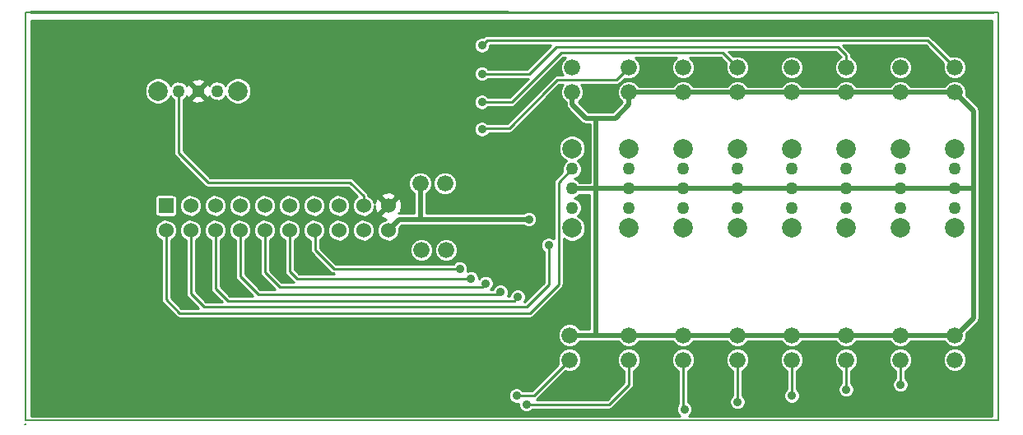
<source format=gtl>
G04 (created by PCBNEW (2013-mar-13)-testing) date jeu. 09 mai 2013 09:48:41 CEST*
%MOIN*%
G04 Gerber Fmt 3.4, Leading zero omitted, Abs format*
%FSLAX34Y34*%
G01*
G70*
G90*
G04 APERTURE LIST*
%ADD10C,0.006*%
%ADD11C,0.00590551*%
%ADD12R,0.06X0.06*%
%ADD13C,0.06*%
%ADD14C,0.05*%
%ADD15C,0.0787402*%
%ADD16C,0.066*%
%ADD17C,0.035*%
%ADD18C,0.02*%
%ADD19C,0.01*%
G04 APERTURE END LIST*
G54D10*
G54D11*
X73400Y-29100D02*
X73400Y-45650D01*
X34000Y-29100D02*
X34000Y-45600D01*
X34000Y-29100D02*
X73400Y-29100D01*
X34000Y-45650D02*
X34000Y-45600D01*
X73400Y-45650D02*
X34000Y-45650D01*
X34000Y-45800D02*
G75*
G03X34000Y-45800I0J0D01*
G74*
G01*
X33999Y-45800D02*
X34000Y-45800D01*
X34000Y-45799D02*
X34000Y-45800D01*
G54D12*
X39700Y-36950D03*
G54D13*
X39700Y-37950D03*
X40700Y-36950D03*
X40700Y-37950D03*
X41700Y-36950D03*
X41700Y-37950D03*
X42700Y-36950D03*
X42700Y-37950D03*
X43700Y-36950D03*
X43700Y-37950D03*
X44700Y-36950D03*
X44700Y-37950D03*
X45700Y-36950D03*
X45700Y-37950D03*
X46700Y-36950D03*
X46700Y-37950D03*
X47700Y-36950D03*
X47700Y-37950D03*
X48700Y-36950D03*
X48700Y-37950D03*
G54D14*
X56150Y-35462D03*
X56150Y-36250D03*
X56150Y-37037D03*
G54D15*
X56150Y-37864D03*
X56150Y-34635D03*
G54D14*
X58450Y-35462D03*
X58450Y-36250D03*
X58450Y-37037D03*
G54D15*
X58450Y-37864D03*
X58450Y-34635D03*
G54D14*
X60650Y-35462D03*
X60650Y-36250D03*
X60650Y-37037D03*
G54D15*
X60650Y-37864D03*
X60650Y-34635D03*
G54D14*
X62850Y-35462D03*
X62850Y-36250D03*
X62850Y-37037D03*
G54D15*
X62850Y-37864D03*
X62850Y-34635D03*
G54D14*
X65050Y-35462D03*
X65050Y-36250D03*
X65050Y-37037D03*
G54D15*
X65050Y-37864D03*
X65050Y-34635D03*
G54D14*
X67250Y-35462D03*
X67250Y-36250D03*
X67250Y-37037D03*
G54D15*
X67250Y-37864D03*
X67250Y-34635D03*
G54D14*
X69450Y-35462D03*
X69450Y-36250D03*
X69450Y-37037D03*
G54D15*
X69450Y-37864D03*
X69450Y-34635D03*
G54D14*
X71650Y-35462D03*
X71650Y-36250D03*
X71650Y-37037D03*
G54D15*
X71650Y-37864D03*
X71650Y-34635D03*
G54D14*
X40212Y-32300D03*
X41000Y-32300D03*
X41787Y-32300D03*
G54D15*
X42614Y-32300D03*
X39385Y-32300D03*
G54D16*
X69450Y-32350D03*
X69450Y-31350D03*
X56150Y-32350D03*
X56150Y-31350D03*
X58450Y-32350D03*
X58450Y-31350D03*
X50050Y-38750D03*
X51050Y-38750D03*
X60650Y-32350D03*
X60650Y-31350D03*
X50000Y-36050D03*
X51000Y-36050D03*
X62850Y-32350D03*
X62850Y-31350D03*
X65050Y-32350D03*
X65050Y-31350D03*
X67250Y-32350D03*
X67250Y-31350D03*
X62850Y-42200D03*
X62850Y-43200D03*
X71650Y-32350D03*
X71650Y-31350D03*
X56050Y-42200D03*
X56050Y-43200D03*
X58450Y-42200D03*
X58450Y-43200D03*
X60650Y-42200D03*
X60650Y-43200D03*
X71650Y-42200D03*
X71650Y-43200D03*
X69450Y-42200D03*
X69450Y-43200D03*
X67250Y-42200D03*
X67250Y-43200D03*
X65050Y-42200D03*
X65050Y-43200D03*
G54D17*
X54400Y-37500D03*
X42740Y-40380D03*
X67250Y-44400D03*
X62850Y-44900D03*
X54300Y-45000D03*
X69450Y-44200D03*
X52500Y-32750D03*
X52500Y-33850D03*
X52500Y-31600D03*
X52500Y-30450D03*
X65050Y-44650D03*
X60700Y-45200D03*
X53900Y-44650D03*
X55200Y-38550D03*
X53950Y-40650D03*
X53250Y-40450D03*
X52650Y-40100D03*
X52050Y-39900D03*
X51600Y-39500D03*
G54D18*
X72400Y-41500D02*
X72400Y-40250D01*
X72400Y-36250D02*
X72400Y-40250D01*
X71700Y-42200D02*
X72400Y-41500D01*
X71700Y-42200D02*
X71650Y-42200D01*
X57100Y-42200D02*
X57100Y-40841D01*
X57100Y-40841D02*
X57100Y-36300D01*
X65050Y-32350D02*
X67250Y-32350D01*
X62850Y-32350D02*
X65050Y-32350D01*
X60650Y-32350D02*
X62850Y-32350D01*
X58450Y-32350D02*
X60650Y-32350D01*
X67250Y-42200D02*
X69450Y-42200D01*
X65050Y-42200D02*
X67250Y-42200D01*
X62850Y-42200D02*
X65050Y-42200D01*
X60650Y-42200D02*
X62850Y-42200D01*
X58450Y-42200D02*
X60650Y-42200D01*
X56050Y-42200D02*
X57100Y-42200D01*
X57100Y-42200D02*
X58450Y-42200D01*
X49150Y-37500D02*
X48700Y-37950D01*
X71650Y-36250D02*
X72400Y-36250D01*
X72400Y-33100D02*
X71650Y-32350D01*
X72400Y-36250D02*
X72400Y-33100D01*
X71650Y-42200D02*
X69450Y-42200D01*
X67250Y-36250D02*
X69450Y-36250D01*
X56150Y-32350D02*
X56150Y-32850D01*
X56700Y-33400D02*
X57120Y-33400D01*
X56150Y-32850D02*
X56700Y-33400D01*
X57120Y-33400D02*
X57900Y-33400D01*
X58450Y-32850D02*
X58450Y-32350D01*
X57900Y-33400D02*
X58450Y-32850D01*
X69450Y-32350D02*
X67250Y-32350D01*
X71650Y-32350D02*
X69450Y-32350D01*
X58450Y-36250D02*
X57850Y-36250D01*
X60650Y-36250D02*
X58450Y-36250D01*
X67250Y-36250D02*
X65050Y-36250D01*
X65050Y-36250D02*
X62850Y-36250D01*
X62850Y-36250D02*
X60650Y-36250D01*
X71650Y-36250D02*
X69450Y-36250D01*
X57120Y-36250D02*
X57120Y-33400D01*
X56150Y-36250D02*
X57120Y-36250D01*
X57120Y-36250D02*
X57800Y-36250D01*
X57800Y-36250D02*
X57950Y-36250D01*
X48750Y-37900D02*
X48700Y-37950D01*
X50000Y-37500D02*
X54400Y-37500D01*
X50000Y-36200D02*
X50000Y-37500D01*
X50000Y-37500D02*
X49150Y-37500D01*
G54D19*
X67250Y-44400D02*
X67250Y-43200D01*
X62850Y-43200D02*
X62850Y-44900D01*
X57650Y-45000D02*
X54300Y-45000D01*
X57650Y-45000D02*
X58450Y-44200D01*
X58450Y-43200D02*
X58450Y-44200D01*
X69450Y-44200D02*
X69450Y-43200D01*
X53700Y-32750D02*
X54500Y-31950D01*
X52500Y-32750D02*
X53700Y-32750D01*
X54450Y-32000D02*
X54500Y-31950D01*
X54500Y-31950D02*
X55700Y-30750D01*
X62250Y-30750D02*
X62850Y-31350D01*
X55700Y-30750D02*
X62250Y-30750D01*
X55150Y-32250D02*
X55550Y-31850D01*
X55550Y-31850D02*
X57950Y-31850D01*
X53600Y-33800D02*
X55150Y-32250D01*
X52550Y-33800D02*
X53600Y-33800D01*
X52500Y-33850D02*
X52550Y-33800D01*
X57950Y-31850D02*
X58450Y-31350D01*
X67250Y-30850D02*
X67250Y-31350D01*
X66900Y-30500D02*
X67250Y-30850D01*
X55500Y-30500D02*
X66900Y-30500D01*
X54400Y-31600D02*
X55500Y-30500D01*
X53600Y-31600D02*
X54400Y-31600D01*
X52500Y-31600D02*
X53600Y-31600D01*
X70550Y-30250D02*
X71650Y-31350D01*
X52700Y-30250D02*
X70550Y-30250D01*
X52500Y-30450D02*
X52700Y-30250D01*
X65050Y-44650D02*
X65050Y-43200D01*
X60700Y-45200D02*
X60650Y-45150D01*
X60650Y-45150D02*
X60650Y-43200D01*
X53900Y-44650D02*
X54600Y-44650D01*
X54600Y-44650D02*
X56050Y-43200D01*
X55600Y-38900D02*
X55600Y-40150D01*
X55600Y-38900D02*
X55600Y-38400D01*
X55600Y-36012D02*
X56150Y-35462D01*
X55600Y-38400D02*
X55600Y-36012D01*
X54450Y-41300D02*
X55600Y-40150D01*
X40250Y-41300D02*
X39700Y-40750D01*
X39700Y-37950D02*
X39700Y-40750D01*
X41800Y-41300D02*
X40250Y-41300D01*
X41800Y-41300D02*
X54450Y-41300D01*
X55200Y-38700D02*
X55200Y-38550D01*
X54100Y-41050D02*
X54300Y-41050D01*
X41250Y-41050D02*
X40700Y-40500D01*
X40700Y-37950D02*
X40700Y-40500D01*
X42900Y-41050D02*
X41250Y-41050D01*
X42900Y-41050D02*
X54100Y-41050D01*
X55200Y-40150D02*
X55200Y-38550D01*
X54300Y-41050D02*
X55200Y-40150D01*
X53950Y-40650D02*
X53800Y-40800D01*
X53800Y-40800D02*
X42200Y-40800D01*
X42200Y-40800D02*
X41700Y-40300D01*
X41700Y-37950D02*
X41700Y-40300D01*
X43450Y-40550D02*
X42700Y-39800D01*
X42700Y-37950D02*
X42700Y-39800D01*
X45100Y-40550D02*
X53150Y-40550D01*
X53150Y-40550D02*
X53250Y-40450D01*
X45100Y-40550D02*
X43450Y-40550D01*
X52500Y-40250D02*
X52650Y-40100D01*
X46000Y-40250D02*
X44300Y-40250D01*
X46000Y-40250D02*
X52500Y-40250D01*
X43700Y-39650D02*
X43700Y-37950D01*
X44300Y-40250D02*
X43700Y-39650D01*
X45000Y-39900D02*
X44700Y-39600D01*
X44700Y-37950D02*
X44700Y-39600D01*
X52050Y-39900D02*
X45000Y-39900D01*
X45750Y-38000D02*
X45700Y-37950D01*
X45750Y-38750D02*
X45750Y-38000D01*
X46500Y-39500D02*
X45750Y-38750D01*
X51600Y-39500D02*
X46500Y-39500D01*
X47700Y-36550D02*
X47700Y-36950D01*
X47150Y-36000D02*
X47700Y-36550D01*
X41400Y-36000D02*
X47150Y-36000D01*
X40212Y-32300D02*
X40212Y-34812D01*
X40212Y-34812D02*
X41400Y-36000D01*
G54D10*
G36*
X73200Y-29100D02*
X34200Y-29100D01*
X34200Y-29090D01*
X73200Y-29100D01*
X73200Y-29100D01*
G37*
G54D19*
X73200Y-29100D02*
X34200Y-29100D01*
X34200Y-29090D01*
X73200Y-29100D01*
G54D10*
G36*
X73150Y-45470D02*
X72650Y-45470D01*
X72650Y-41500D01*
X72649Y-41500D01*
X72650Y-41500D01*
X72650Y-40250D01*
X72650Y-36250D01*
X72650Y-33100D01*
X72649Y-33099D01*
X72650Y-33099D01*
X72646Y-33080D01*
X72630Y-33004D01*
X72630Y-33004D01*
X72576Y-32923D01*
X72576Y-32923D01*
X72120Y-32467D01*
X72129Y-32445D01*
X72130Y-32254D01*
X72057Y-32078D01*
X71922Y-31943D01*
X71745Y-31870D01*
X71554Y-31869D01*
X71378Y-31942D01*
X71243Y-32077D01*
X71234Y-32100D01*
X69930Y-32100D01*
X69930Y-31254D01*
X69857Y-31078D01*
X69722Y-30943D01*
X69545Y-30870D01*
X69354Y-30869D01*
X69178Y-30942D01*
X69043Y-31077D01*
X68970Y-31254D01*
X68969Y-31445D01*
X69042Y-31621D01*
X69177Y-31756D01*
X69354Y-31829D01*
X69545Y-31830D01*
X69721Y-31757D01*
X69856Y-31622D01*
X69929Y-31445D01*
X69930Y-31254D01*
X69930Y-32100D01*
X69866Y-32100D01*
X69857Y-32078D01*
X69722Y-31943D01*
X69545Y-31870D01*
X69354Y-31869D01*
X69178Y-31942D01*
X69043Y-32077D01*
X69034Y-32100D01*
X67666Y-32100D01*
X67657Y-32078D01*
X67522Y-31943D01*
X67345Y-31870D01*
X67154Y-31869D01*
X66978Y-31942D01*
X66843Y-32077D01*
X66834Y-32100D01*
X65530Y-32100D01*
X65530Y-31254D01*
X65457Y-31078D01*
X65322Y-30943D01*
X65145Y-30870D01*
X64954Y-30869D01*
X64778Y-30942D01*
X64643Y-31077D01*
X64570Y-31254D01*
X64569Y-31445D01*
X64642Y-31621D01*
X64777Y-31756D01*
X64954Y-31829D01*
X65145Y-31830D01*
X65321Y-31757D01*
X65456Y-31622D01*
X65529Y-31445D01*
X65530Y-31254D01*
X65530Y-32100D01*
X65466Y-32100D01*
X65457Y-32078D01*
X65322Y-31943D01*
X65145Y-31870D01*
X64954Y-31869D01*
X64778Y-31942D01*
X64643Y-32077D01*
X64634Y-32100D01*
X63266Y-32100D01*
X63257Y-32078D01*
X63122Y-31943D01*
X62945Y-31870D01*
X62754Y-31869D01*
X62578Y-31942D01*
X62443Y-32077D01*
X62434Y-32100D01*
X61066Y-32100D01*
X61057Y-32078D01*
X60922Y-31943D01*
X60745Y-31870D01*
X60554Y-31869D01*
X60378Y-31942D01*
X60243Y-32077D01*
X60234Y-32100D01*
X58866Y-32100D01*
X58857Y-32078D01*
X58722Y-31943D01*
X58545Y-31870D01*
X58354Y-31869D01*
X58178Y-31942D01*
X58043Y-32077D01*
X57970Y-32254D01*
X57969Y-32445D01*
X58042Y-32621D01*
X58177Y-32756D01*
X58186Y-32760D01*
X57796Y-33150D01*
X57120Y-33150D01*
X56803Y-33150D01*
X56413Y-32760D01*
X56421Y-32757D01*
X56556Y-32622D01*
X56629Y-32445D01*
X56630Y-32254D01*
X56557Y-32078D01*
X56528Y-32050D01*
X57950Y-32050D01*
X58026Y-32034D01*
X58091Y-31991D01*
X58282Y-31800D01*
X58354Y-31829D01*
X58545Y-31830D01*
X58721Y-31757D01*
X58856Y-31622D01*
X58929Y-31445D01*
X58930Y-31254D01*
X58857Y-31078D01*
X58728Y-30950D01*
X60371Y-30950D01*
X60243Y-31077D01*
X60170Y-31254D01*
X60169Y-31445D01*
X60242Y-31621D01*
X60377Y-31756D01*
X60554Y-31829D01*
X60745Y-31830D01*
X60921Y-31757D01*
X61056Y-31622D01*
X61129Y-31445D01*
X61130Y-31254D01*
X61057Y-31078D01*
X60928Y-30950D01*
X62167Y-30950D01*
X62399Y-31182D01*
X62370Y-31254D01*
X62369Y-31445D01*
X62442Y-31621D01*
X62577Y-31756D01*
X62754Y-31829D01*
X62945Y-31830D01*
X63121Y-31757D01*
X63256Y-31622D01*
X63329Y-31445D01*
X63330Y-31254D01*
X63257Y-31078D01*
X63122Y-30943D01*
X62945Y-30870D01*
X62754Y-30869D01*
X62682Y-30899D01*
X62482Y-30700D01*
X66817Y-30700D01*
X67036Y-30918D01*
X66978Y-30942D01*
X66843Y-31077D01*
X66770Y-31254D01*
X66769Y-31445D01*
X66842Y-31621D01*
X66977Y-31756D01*
X67154Y-31829D01*
X67345Y-31830D01*
X67521Y-31757D01*
X67656Y-31622D01*
X67729Y-31445D01*
X67730Y-31254D01*
X67657Y-31078D01*
X67522Y-30943D01*
X67450Y-30913D01*
X67450Y-30850D01*
X67449Y-30849D01*
X67434Y-30773D01*
X67434Y-30773D01*
X67420Y-30751D01*
X67391Y-30708D01*
X67391Y-30708D01*
X67132Y-30450D01*
X70467Y-30450D01*
X71199Y-31182D01*
X71170Y-31254D01*
X71169Y-31445D01*
X71242Y-31621D01*
X71377Y-31756D01*
X71554Y-31829D01*
X71745Y-31830D01*
X71921Y-31757D01*
X72056Y-31622D01*
X72129Y-31445D01*
X72130Y-31254D01*
X72057Y-31078D01*
X71922Y-30943D01*
X71745Y-30870D01*
X71554Y-30869D01*
X71482Y-30899D01*
X70691Y-30108D01*
X70626Y-30065D01*
X70550Y-30050D01*
X52700Y-30050D01*
X52623Y-30065D01*
X52601Y-30079D01*
X52558Y-30108D01*
X52542Y-30125D01*
X52435Y-30124D01*
X52316Y-30174D01*
X52224Y-30265D01*
X52175Y-30385D01*
X52174Y-30514D01*
X52224Y-30633D01*
X52315Y-30725D01*
X52435Y-30774D01*
X52564Y-30775D01*
X52683Y-30725D01*
X52775Y-30634D01*
X52824Y-30514D01*
X52825Y-30450D01*
X55267Y-30450D01*
X54317Y-31400D01*
X53600Y-31400D01*
X52759Y-31400D01*
X52684Y-31324D01*
X52564Y-31275D01*
X52435Y-31274D01*
X52316Y-31324D01*
X52224Y-31415D01*
X52175Y-31535D01*
X52174Y-31664D01*
X52224Y-31783D01*
X52315Y-31875D01*
X52435Y-31924D01*
X52564Y-31925D01*
X52683Y-31875D01*
X52759Y-31800D01*
X53600Y-31800D01*
X54367Y-31800D01*
X54358Y-31808D01*
X54358Y-31808D01*
X53617Y-32550D01*
X52759Y-32550D01*
X52684Y-32474D01*
X52564Y-32425D01*
X52435Y-32424D01*
X52316Y-32474D01*
X52224Y-32565D01*
X52175Y-32685D01*
X52174Y-32814D01*
X52224Y-32933D01*
X52315Y-33025D01*
X52435Y-33074D01*
X52564Y-33075D01*
X52683Y-33025D01*
X52759Y-32950D01*
X53700Y-32950D01*
X53776Y-32934D01*
X53841Y-32891D01*
X54591Y-32141D01*
X54641Y-32091D01*
X54641Y-32091D01*
X54641Y-32091D01*
X55782Y-30950D01*
X55871Y-30950D01*
X55743Y-31077D01*
X55670Y-31254D01*
X55669Y-31445D01*
X55742Y-31621D01*
X55771Y-31650D01*
X55550Y-31650D01*
X55473Y-31665D01*
X55451Y-31679D01*
X55408Y-31708D01*
X55008Y-32108D01*
X55008Y-32108D01*
X53517Y-33600D01*
X52709Y-33600D01*
X52684Y-33574D01*
X52564Y-33525D01*
X52435Y-33524D01*
X52316Y-33574D01*
X52224Y-33665D01*
X52175Y-33785D01*
X52174Y-33914D01*
X52224Y-34033D01*
X52315Y-34125D01*
X52435Y-34174D01*
X52564Y-34175D01*
X52683Y-34125D01*
X52775Y-34034D01*
X52789Y-34000D01*
X53600Y-34000D01*
X53676Y-33984D01*
X53741Y-33941D01*
X55291Y-32391D01*
X55291Y-32391D01*
X55291Y-32391D01*
X55632Y-32050D01*
X55771Y-32050D01*
X55743Y-32077D01*
X55670Y-32254D01*
X55669Y-32445D01*
X55742Y-32621D01*
X55877Y-32756D01*
X55900Y-32765D01*
X55900Y-32850D01*
X55919Y-32945D01*
X55973Y-33026D01*
X56523Y-33576D01*
X56604Y-33630D01*
X56604Y-33630D01*
X56700Y-33650D01*
X56870Y-33650D01*
X56870Y-36000D01*
X56465Y-36000D01*
X56376Y-35911D01*
X56244Y-35856D01*
X56376Y-35801D01*
X56488Y-35689D01*
X56549Y-35542D01*
X56550Y-35383D01*
X56489Y-35236D01*
X56381Y-35128D01*
X56457Y-35097D01*
X56610Y-34944D01*
X56693Y-34744D01*
X56693Y-34528D01*
X56611Y-34328D01*
X56458Y-34175D01*
X56258Y-34092D01*
X56042Y-34092D01*
X55842Y-34174D01*
X55689Y-34327D01*
X55606Y-34527D01*
X55606Y-34743D01*
X55688Y-34943D01*
X55841Y-35096D01*
X55918Y-35128D01*
X55811Y-35235D01*
X55750Y-35382D01*
X55749Y-35541D01*
X55761Y-35568D01*
X55458Y-35871D01*
X55415Y-35936D01*
X55400Y-36012D01*
X55400Y-38290D01*
X55384Y-38274D01*
X55264Y-38225D01*
X55135Y-38224D01*
X55016Y-38274D01*
X54924Y-38365D01*
X54875Y-38485D01*
X54874Y-38614D01*
X54924Y-38733D01*
X55000Y-38809D01*
X55000Y-40067D01*
X54725Y-40342D01*
X54725Y-37435D01*
X54675Y-37316D01*
X54584Y-37224D01*
X54464Y-37175D01*
X54335Y-37174D01*
X54216Y-37224D01*
X54190Y-37250D01*
X51480Y-37250D01*
X51480Y-35954D01*
X51407Y-35778D01*
X51272Y-35643D01*
X51095Y-35570D01*
X50904Y-35569D01*
X50728Y-35642D01*
X50593Y-35777D01*
X50520Y-35954D01*
X50519Y-36145D01*
X50592Y-36321D01*
X50727Y-36456D01*
X50904Y-36529D01*
X51095Y-36530D01*
X51271Y-36457D01*
X51406Y-36322D01*
X51479Y-36145D01*
X51480Y-35954D01*
X51480Y-37250D01*
X50250Y-37250D01*
X50250Y-36466D01*
X50271Y-36457D01*
X50406Y-36322D01*
X50479Y-36145D01*
X50480Y-35954D01*
X50407Y-35778D01*
X50272Y-35643D01*
X50095Y-35570D01*
X49904Y-35569D01*
X49728Y-35642D01*
X49593Y-35777D01*
X49520Y-35954D01*
X49519Y-36145D01*
X49592Y-36321D01*
X49727Y-36456D01*
X49750Y-36465D01*
X49750Y-37250D01*
X49150Y-37250D01*
X49113Y-37257D01*
X49181Y-37237D01*
X49254Y-37031D01*
X49243Y-36813D01*
X49181Y-36662D01*
X49085Y-36634D01*
X49015Y-36705D01*
X49015Y-36564D01*
X48987Y-36468D01*
X48781Y-36395D01*
X48563Y-36406D01*
X48412Y-36468D01*
X48384Y-36564D01*
X48700Y-36879D01*
X49015Y-36564D01*
X49015Y-36705D01*
X48770Y-36950D01*
X48776Y-36955D01*
X48705Y-37026D01*
X48700Y-37020D01*
X48629Y-37091D01*
X48629Y-36950D01*
X48314Y-36634D01*
X48218Y-36662D01*
X48148Y-36857D01*
X48081Y-36695D01*
X47955Y-36568D01*
X47899Y-36545D01*
X47899Y-36545D01*
X47887Y-36486D01*
X47884Y-36473D01*
X47884Y-36473D01*
X47841Y-36408D01*
X47291Y-35858D01*
X47226Y-35815D01*
X47150Y-35800D01*
X43157Y-35800D01*
X43157Y-32192D01*
X43075Y-31992D01*
X42922Y-31839D01*
X42722Y-31756D01*
X42506Y-31756D01*
X42306Y-31838D01*
X42153Y-31991D01*
X42121Y-32068D01*
X42014Y-31961D01*
X41867Y-31900D01*
X41708Y-31899D01*
X41561Y-31960D01*
X41451Y-32070D01*
X41439Y-32042D01*
X41349Y-32021D01*
X41278Y-32091D01*
X41278Y-31950D01*
X41257Y-31860D01*
X41069Y-31795D01*
X40871Y-31806D01*
X40742Y-31860D01*
X40721Y-31950D01*
X41000Y-32229D01*
X41278Y-31950D01*
X41278Y-32091D01*
X41070Y-32300D01*
X41349Y-32578D01*
X41439Y-32557D01*
X41450Y-32528D01*
X41560Y-32638D01*
X41707Y-32699D01*
X41866Y-32700D01*
X42013Y-32639D01*
X42121Y-32531D01*
X42152Y-32607D01*
X42305Y-32760D01*
X42505Y-32843D01*
X42721Y-32843D01*
X42921Y-32761D01*
X43074Y-32608D01*
X43157Y-32408D01*
X43157Y-32192D01*
X43157Y-35800D01*
X41482Y-35800D01*
X41278Y-35596D01*
X41278Y-32649D01*
X41000Y-32370D01*
X40721Y-32649D01*
X40742Y-32739D01*
X40930Y-32804D01*
X41128Y-32793D01*
X41257Y-32739D01*
X41278Y-32649D01*
X41278Y-35596D01*
X40412Y-34729D01*
X40412Y-32650D01*
X40438Y-32639D01*
X40548Y-32529D01*
X40560Y-32557D01*
X40650Y-32578D01*
X40929Y-32300D01*
X40650Y-32021D01*
X40560Y-32042D01*
X40549Y-32071D01*
X40439Y-31961D01*
X40292Y-31900D01*
X40133Y-31899D01*
X39986Y-31960D01*
X39878Y-32068D01*
X39847Y-31992D01*
X39694Y-31839D01*
X39494Y-31756D01*
X39278Y-31756D01*
X39078Y-31838D01*
X38925Y-31991D01*
X38842Y-32191D01*
X38842Y-32407D01*
X38924Y-32607D01*
X39077Y-32760D01*
X39277Y-32843D01*
X39493Y-32843D01*
X39693Y-32761D01*
X39846Y-32608D01*
X39878Y-32531D01*
X39985Y-32638D01*
X40012Y-32650D01*
X40012Y-34812D01*
X40027Y-34889D01*
X40071Y-34954D01*
X41258Y-36141D01*
X41323Y-36184D01*
X41323Y-36184D01*
X41400Y-36200D01*
X47067Y-36200D01*
X47440Y-36573D01*
X47318Y-36694D01*
X47250Y-36860D01*
X47249Y-37039D01*
X47318Y-37204D01*
X47444Y-37331D01*
X47610Y-37399D01*
X47789Y-37400D01*
X47954Y-37331D01*
X48081Y-37205D01*
X48149Y-37039D01*
X48149Y-36963D01*
X48156Y-37086D01*
X48218Y-37237D01*
X48314Y-37265D01*
X48629Y-36950D01*
X48629Y-37091D01*
X48384Y-37335D01*
X48412Y-37431D01*
X48607Y-37501D01*
X48445Y-37568D01*
X48318Y-37694D01*
X48250Y-37860D01*
X48249Y-38039D01*
X48318Y-38204D01*
X48444Y-38331D01*
X48610Y-38399D01*
X48789Y-38400D01*
X48954Y-38331D01*
X49081Y-38205D01*
X49149Y-38039D01*
X49150Y-37860D01*
X49147Y-37855D01*
X49253Y-37750D01*
X50000Y-37750D01*
X54190Y-37750D01*
X54215Y-37775D01*
X54335Y-37824D01*
X54464Y-37825D01*
X54583Y-37775D01*
X54675Y-37684D01*
X54724Y-37564D01*
X54725Y-37435D01*
X54725Y-40342D01*
X54217Y-40850D01*
X54209Y-40850D01*
X54225Y-40834D01*
X54274Y-40714D01*
X54275Y-40585D01*
X54225Y-40466D01*
X54134Y-40374D01*
X54014Y-40325D01*
X53885Y-40324D01*
X53766Y-40374D01*
X53674Y-40465D01*
X53625Y-40585D01*
X53625Y-40600D01*
X53539Y-40600D01*
X53574Y-40514D01*
X53575Y-40385D01*
X53525Y-40266D01*
X53434Y-40174D01*
X53314Y-40125D01*
X53185Y-40124D01*
X53066Y-40174D01*
X52974Y-40265D01*
X52939Y-40350D01*
X52859Y-40350D01*
X52925Y-40284D01*
X52974Y-40164D01*
X52975Y-40035D01*
X52925Y-39916D01*
X52834Y-39824D01*
X52714Y-39775D01*
X52585Y-39774D01*
X52466Y-39824D01*
X52374Y-39915D01*
X52375Y-39835D01*
X52325Y-39716D01*
X52234Y-39624D01*
X52114Y-39575D01*
X51985Y-39574D01*
X51907Y-39607D01*
X51924Y-39564D01*
X51925Y-39435D01*
X51875Y-39316D01*
X51784Y-39224D01*
X51664Y-39175D01*
X51535Y-39174D01*
X51530Y-39177D01*
X51530Y-38654D01*
X51457Y-38478D01*
X51322Y-38343D01*
X51145Y-38270D01*
X50954Y-38269D01*
X50778Y-38342D01*
X50643Y-38477D01*
X50570Y-38654D01*
X50569Y-38845D01*
X50642Y-39021D01*
X50777Y-39156D01*
X50954Y-39229D01*
X51145Y-39230D01*
X51321Y-39157D01*
X51456Y-39022D01*
X51529Y-38845D01*
X51530Y-38654D01*
X51530Y-39177D01*
X51416Y-39224D01*
X51340Y-39300D01*
X50530Y-39300D01*
X50530Y-38654D01*
X50457Y-38478D01*
X50322Y-38343D01*
X50145Y-38270D01*
X49954Y-38269D01*
X49778Y-38342D01*
X49643Y-38477D01*
X49570Y-38654D01*
X49569Y-38845D01*
X49642Y-39021D01*
X49777Y-39156D01*
X49954Y-39229D01*
X50145Y-39230D01*
X50321Y-39157D01*
X50456Y-39022D01*
X50529Y-38845D01*
X50530Y-38654D01*
X50530Y-39300D01*
X48150Y-39300D01*
X48150Y-37860D01*
X48081Y-37695D01*
X47955Y-37568D01*
X47789Y-37500D01*
X47610Y-37499D01*
X47445Y-37568D01*
X47318Y-37694D01*
X47250Y-37860D01*
X47249Y-38039D01*
X47318Y-38204D01*
X47444Y-38331D01*
X47610Y-38399D01*
X47789Y-38400D01*
X47954Y-38331D01*
X48081Y-38205D01*
X48149Y-38039D01*
X48150Y-37860D01*
X48150Y-39300D01*
X47150Y-39300D01*
X47150Y-37860D01*
X47150Y-36860D01*
X47081Y-36695D01*
X46955Y-36568D01*
X46789Y-36500D01*
X46610Y-36499D01*
X46445Y-36568D01*
X46318Y-36694D01*
X46250Y-36860D01*
X46249Y-37039D01*
X46318Y-37204D01*
X46444Y-37331D01*
X46610Y-37399D01*
X46789Y-37400D01*
X46954Y-37331D01*
X47081Y-37205D01*
X47149Y-37039D01*
X47150Y-36860D01*
X47150Y-37860D01*
X47081Y-37695D01*
X46955Y-37568D01*
X46789Y-37500D01*
X46610Y-37499D01*
X46445Y-37568D01*
X46318Y-37694D01*
X46250Y-37860D01*
X46249Y-38039D01*
X46318Y-38204D01*
X46444Y-38331D01*
X46610Y-38399D01*
X46789Y-38400D01*
X46954Y-38331D01*
X47081Y-38205D01*
X47149Y-38039D01*
X47150Y-37860D01*
X47150Y-39300D01*
X46582Y-39300D01*
X45950Y-38667D01*
X45950Y-38333D01*
X45954Y-38331D01*
X46081Y-38205D01*
X46149Y-38039D01*
X46150Y-37860D01*
X46150Y-36860D01*
X46081Y-36695D01*
X45955Y-36568D01*
X45789Y-36500D01*
X45610Y-36499D01*
X45445Y-36568D01*
X45318Y-36694D01*
X45250Y-36860D01*
X45249Y-37039D01*
X45318Y-37204D01*
X45444Y-37331D01*
X45610Y-37399D01*
X45789Y-37400D01*
X45954Y-37331D01*
X46081Y-37205D01*
X46149Y-37039D01*
X46150Y-36860D01*
X46150Y-37860D01*
X46081Y-37695D01*
X45955Y-37568D01*
X45789Y-37500D01*
X45610Y-37499D01*
X45445Y-37568D01*
X45318Y-37694D01*
X45250Y-37860D01*
X45249Y-38039D01*
X45318Y-38204D01*
X45444Y-38331D01*
X45550Y-38374D01*
X45550Y-38750D01*
X45565Y-38826D01*
X45608Y-38891D01*
X46358Y-39641D01*
X46358Y-39641D01*
X46401Y-39670D01*
X46423Y-39684D01*
X46423Y-39684D01*
X46499Y-39699D01*
X46500Y-39700D01*
X45082Y-39700D01*
X44900Y-39517D01*
X44900Y-38354D01*
X44954Y-38331D01*
X45081Y-38205D01*
X45149Y-38039D01*
X45150Y-37860D01*
X45150Y-36860D01*
X45081Y-36695D01*
X44955Y-36568D01*
X44789Y-36500D01*
X44610Y-36499D01*
X44445Y-36568D01*
X44318Y-36694D01*
X44250Y-36860D01*
X44249Y-37039D01*
X44318Y-37204D01*
X44444Y-37331D01*
X44610Y-37399D01*
X44789Y-37400D01*
X44954Y-37331D01*
X45081Y-37205D01*
X45149Y-37039D01*
X45150Y-36860D01*
X45150Y-37860D01*
X45081Y-37695D01*
X44955Y-37568D01*
X44789Y-37500D01*
X44610Y-37499D01*
X44445Y-37568D01*
X44318Y-37694D01*
X44250Y-37860D01*
X44249Y-38039D01*
X44318Y-38204D01*
X44444Y-38331D01*
X44500Y-38354D01*
X44500Y-39600D01*
X44515Y-39676D01*
X44558Y-39741D01*
X44858Y-40041D01*
X44858Y-40041D01*
X44871Y-40050D01*
X44382Y-40050D01*
X43900Y-39567D01*
X43900Y-38354D01*
X43954Y-38331D01*
X44081Y-38205D01*
X44149Y-38039D01*
X44150Y-37860D01*
X44150Y-36860D01*
X44081Y-36695D01*
X43955Y-36568D01*
X43789Y-36500D01*
X43610Y-36499D01*
X43445Y-36568D01*
X43318Y-36694D01*
X43250Y-36860D01*
X43249Y-37039D01*
X43318Y-37204D01*
X43444Y-37331D01*
X43610Y-37399D01*
X43789Y-37400D01*
X43954Y-37331D01*
X44081Y-37205D01*
X44149Y-37039D01*
X44150Y-36860D01*
X44150Y-37860D01*
X44081Y-37695D01*
X43955Y-37568D01*
X43789Y-37500D01*
X43610Y-37499D01*
X43445Y-37568D01*
X43318Y-37694D01*
X43250Y-37860D01*
X43249Y-38039D01*
X43318Y-38204D01*
X43444Y-38331D01*
X43500Y-38354D01*
X43500Y-39650D01*
X43515Y-39726D01*
X43558Y-39791D01*
X44117Y-40350D01*
X43532Y-40350D01*
X42900Y-39717D01*
X42900Y-38354D01*
X42954Y-38331D01*
X43081Y-38205D01*
X43149Y-38039D01*
X43150Y-37860D01*
X43150Y-36860D01*
X43081Y-36695D01*
X42955Y-36568D01*
X42789Y-36500D01*
X42610Y-36499D01*
X42445Y-36568D01*
X42318Y-36694D01*
X42250Y-36860D01*
X42249Y-37039D01*
X42318Y-37204D01*
X42444Y-37331D01*
X42610Y-37399D01*
X42789Y-37400D01*
X42954Y-37331D01*
X43081Y-37205D01*
X43149Y-37039D01*
X43150Y-36860D01*
X43150Y-37860D01*
X43081Y-37695D01*
X42955Y-37568D01*
X42789Y-37500D01*
X42610Y-37499D01*
X42445Y-37568D01*
X42318Y-37694D01*
X42250Y-37860D01*
X42249Y-38039D01*
X42318Y-38204D01*
X42444Y-38331D01*
X42500Y-38354D01*
X42500Y-39800D01*
X42515Y-39876D01*
X42558Y-39941D01*
X43217Y-40600D01*
X42282Y-40600D01*
X41900Y-40217D01*
X41900Y-38354D01*
X41954Y-38331D01*
X42081Y-38205D01*
X42149Y-38039D01*
X42150Y-37860D01*
X42150Y-36860D01*
X42081Y-36695D01*
X41955Y-36568D01*
X41789Y-36500D01*
X41610Y-36499D01*
X41445Y-36568D01*
X41318Y-36694D01*
X41250Y-36860D01*
X41249Y-37039D01*
X41318Y-37204D01*
X41444Y-37331D01*
X41610Y-37399D01*
X41789Y-37400D01*
X41954Y-37331D01*
X42081Y-37205D01*
X42149Y-37039D01*
X42150Y-36860D01*
X42150Y-37860D01*
X42081Y-37695D01*
X41955Y-37568D01*
X41789Y-37500D01*
X41610Y-37499D01*
X41445Y-37568D01*
X41318Y-37694D01*
X41250Y-37860D01*
X41249Y-38039D01*
X41318Y-38204D01*
X41444Y-38331D01*
X41500Y-38354D01*
X41500Y-40300D01*
X41515Y-40376D01*
X41558Y-40441D01*
X41967Y-40850D01*
X41332Y-40850D01*
X40900Y-40417D01*
X40900Y-38354D01*
X40954Y-38331D01*
X41081Y-38205D01*
X41149Y-38039D01*
X41150Y-37860D01*
X41150Y-36860D01*
X41081Y-36695D01*
X40955Y-36568D01*
X40789Y-36500D01*
X40610Y-36499D01*
X40445Y-36568D01*
X40318Y-36694D01*
X40250Y-36860D01*
X40249Y-37039D01*
X40318Y-37204D01*
X40444Y-37331D01*
X40610Y-37399D01*
X40789Y-37400D01*
X40954Y-37331D01*
X41081Y-37205D01*
X41149Y-37039D01*
X41150Y-36860D01*
X41150Y-37860D01*
X41081Y-37695D01*
X40955Y-37568D01*
X40789Y-37500D01*
X40610Y-37499D01*
X40445Y-37568D01*
X40318Y-37694D01*
X40250Y-37860D01*
X40249Y-38039D01*
X40318Y-38204D01*
X40444Y-38331D01*
X40500Y-38354D01*
X40500Y-40500D01*
X40515Y-40576D01*
X40558Y-40641D01*
X41017Y-41100D01*
X40332Y-41100D01*
X39900Y-40667D01*
X39900Y-38354D01*
X39954Y-38331D01*
X40081Y-38205D01*
X40149Y-38039D01*
X40150Y-37860D01*
X40150Y-37860D01*
X40150Y-37220D01*
X40150Y-36620D01*
X40127Y-36565D01*
X40085Y-36522D01*
X40029Y-36500D01*
X39970Y-36499D01*
X39370Y-36499D01*
X39315Y-36522D01*
X39272Y-36564D01*
X39250Y-36620D01*
X39249Y-36679D01*
X39249Y-37279D01*
X39272Y-37334D01*
X39314Y-37377D01*
X39370Y-37399D01*
X39429Y-37400D01*
X40029Y-37400D01*
X40084Y-37377D01*
X40127Y-37335D01*
X40149Y-37279D01*
X40150Y-37220D01*
X40150Y-37860D01*
X40081Y-37695D01*
X39955Y-37568D01*
X39789Y-37500D01*
X39610Y-37499D01*
X39445Y-37568D01*
X39318Y-37694D01*
X39250Y-37860D01*
X39249Y-38039D01*
X39318Y-38204D01*
X39444Y-38331D01*
X39500Y-38354D01*
X39500Y-40750D01*
X39515Y-40826D01*
X39558Y-40891D01*
X40108Y-41441D01*
X40173Y-41484D01*
X40173Y-41484D01*
X40186Y-41487D01*
X40250Y-41500D01*
X41800Y-41500D01*
X54450Y-41500D01*
X54526Y-41484D01*
X54591Y-41441D01*
X55741Y-40291D01*
X55741Y-40291D01*
X55770Y-40248D01*
X55784Y-40226D01*
X55784Y-40226D01*
X55799Y-40150D01*
X55800Y-40150D01*
X55800Y-38900D01*
X55800Y-38400D01*
X55800Y-38283D01*
X55841Y-38324D01*
X56041Y-38407D01*
X56257Y-38407D01*
X56457Y-38325D01*
X56610Y-38172D01*
X56693Y-37972D01*
X56693Y-37756D01*
X56611Y-37556D01*
X56458Y-37403D01*
X56381Y-37371D01*
X56488Y-37264D01*
X56549Y-37117D01*
X56550Y-36958D01*
X56489Y-36811D01*
X56376Y-36698D01*
X56244Y-36643D01*
X56376Y-36589D01*
X56465Y-36500D01*
X56850Y-36500D01*
X56850Y-40841D01*
X56850Y-41950D01*
X56466Y-41950D01*
X56457Y-41928D01*
X56322Y-41793D01*
X56145Y-41720D01*
X55954Y-41719D01*
X55778Y-41792D01*
X55643Y-41927D01*
X55570Y-42104D01*
X55569Y-42295D01*
X55642Y-42471D01*
X55777Y-42606D01*
X55954Y-42679D01*
X56145Y-42680D01*
X56321Y-42607D01*
X56456Y-42472D01*
X56465Y-42450D01*
X57100Y-42450D01*
X58033Y-42450D01*
X58042Y-42471D01*
X58177Y-42606D01*
X58354Y-42679D01*
X58545Y-42680D01*
X58721Y-42607D01*
X58856Y-42472D01*
X58865Y-42450D01*
X60233Y-42450D01*
X60242Y-42471D01*
X60377Y-42606D01*
X60554Y-42679D01*
X60745Y-42680D01*
X60921Y-42607D01*
X61056Y-42472D01*
X61065Y-42450D01*
X62433Y-42450D01*
X62442Y-42471D01*
X62577Y-42606D01*
X62754Y-42679D01*
X62945Y-42680D01*
X63121Y-42607D01*
X63256Y-42472D01*
X63265Y-42450D01*
X64633Y-42450D01*
X64642Y-42471D01*
X64777Y-42606D01*
X64954Y-42679D01*
X65145Y-42680D01*
X65321Y-42607D01*
X65456Y-42472D01*
X65465Y-42450D01*
X66833Y-42450D01*
X66842Y-42471D01*
X66977Y-42606D01*
X67154Y-42679D01*
X67345Y-42680D01*
X67521Y-42607D01*
X67656Y-42472D01*
X67665Y-42450D01*
X69033Y-42450D01*
X69042Y-42471D01*
X69177Y-42606D01*
X69354Y-42679D01*
X69545Y-42680D01*
X69721Y-42607D01*
X69856Y-42472D01*
X69865Y-42450D01*
X71233Y-42450D01*
X71242Y-42471D01*
X71377Y-42606D01*
X71554Y-42679D01*
X71745Y-42680D01*
X71921Y-42607D01*
X72056Y-42472D01*
X72129Y-42295D01*
X72130Y-42123D01*
X72576Y-41676D01*
X72576Y-41676D01*
X72576Y-41676D01*
X72630Y-41595D01*
X72630Y-41595D01*
X72646Y-41519D01*
X72650Y-41500D01*
X72650Y-45470D01*
X72130Y-45470D01*
X72130Y-43104D01*
X72057Y-42928D01*
X71922Y-42793D01*
X71745Y-42720D01*
X71554Y-42719D01*
X71378Y-42792D01*
X71243Y-42927D01*
X71170Y-43104D01*
X71169Y-43295D01*
X71242Y-43471D01*
X71377Y-43606D01*
X71554Y-43679D01*
X71745Y-43680D01*
X71921Y-43607D01*
X72056Y-43472D01*
X72129Y-43295D01*
X72130Y-43104D01*
X72130Y-45470D01*
X69930Y-45470D01*
X69930Y-43104D01*
X69857Y-42928D01*
X69722Y-42793D01*
X69545Y-42720D01*
X69354Y-42719D01*
X69178Y-42792D01*
X69043Y-42927D01*
X68970Y-43104D01*
X68969Y-43295D01*
X69042Y-43471D01*
X69177Y-43606D01*
X69250Y-43636D01*
X69250Y-43940D01*
X69174Y-44015D01*
X69125Y-44135D01*
X69124Y-44264D01*
X69174Y-44383D01*
X69265Y-44475D01*
X69385Y-44524D01*
X69514Y-44525D01*
X69633Y-44475D01*
X69725Y-44384D01*
X69774Y-44264D01*
X69775Y-44135D01*
X69725Y-44016D01*
X69650Y-43940D01*
X69650Y-43636D01*
X69721Y-43607D01*
X69856Y-43472D01*
X69929Y-43295D01*
X69930Y-43104D01*
X69930Y-45470D01*
X67730Y-45470D01*
X67730Y-43104D01*
X67657Y-42928D01*
X67522Y-42793D01*
X67345Y-42720D01*
X67154Y-42719D01*
X66978Y-42792D01*
X66843Y-42927D01*
X66770Y-43104D01*
X66769Y-43295D01*
X66842Y-43471D01*
X66977Y-43606D01*
X67050Y-43636D01*
X67050Y-44140D01*
X66974Y-44215D01*
X66925Y-44335D01*
X66924Y-44464D01*
X66974Y-44583D01*
X67065Y-44675D01*
X67185Y-44724D01*
X67314Y-44725D01*
X67433Y-44675D01*
X67525Y-44584D01*
X67574Y-44464D01*
X67575Y-44335D01*
X67525Y-44216D01*
X67450Y-44140D01*
X67450Y-43636D01*
X67521Y-43607D01*
X67656Y-43472D01*
X67729Y-43295D01*
X67730Y-43104D01*
X67730Y-45470D01*
X65530Y-45470D01*
X65530Y-43104D01*
X65457Y-42928D01*
X65322Y-42793D01*
X65145Y-42720D01*
X64954Y-42719D01*
X64778Y-42792D01*
X64643Y-42927D01*
X64570Y-43104D01*
X64569Y-43295D01*
X64642Y-43471D01*
X64777Y-43606D01*
X64850Y-43636D01*
X64850Y-44390D01*
X64774Y-44465D01*
X64725Y-44585D01*
X64724Y-44714D01*
X64774Y-44833D01*
X64865Y-44925D01*
X64985Y-44974D01*
X65114Y-44975D01*
X65233Y-44925D01*
X65325Y-44834D01*
X65374Y-44714D01*
X65375Y-44585D01*
X65325Y-44466D01*
X65250Y-44390D01*
X65250Y-43636D01*
X65321Y-43607D01*
X65456Y-43472D01*
X65529Y-43295D01*
X65530Y-43104D01*
X65530Y-45470D01*
X63330Y-45470D01*
X63330Y-43104D01*
X63257Y-42928D01*
X63122Y-42793D01*
X62945Y-42720D01*
X62754Y-42719D01*
X62578Y-42792D01*
X62443Y-42927D01*
X62370Y-43104D01*
X62369Y-43295D01*
X62442Y-43471D01*
X62577Y-43606D01*
X62650Y-43636D01*
X62650Y-44640D01*
X62574Y-44715D01*
X62525Y-44835D01*
X62524Y-44964D01*
X62574Y-45083D01*
X62665Y-45175D01*
X62785Y-45224D01*
X62914Y-45225D01*
X63033Y-45175D01*
X63125Y-45084D01*
X63174Y-44964D01*
X63175Y-44835D01*
X63125Y-44716D01*
X63050Y-44640D01*
X63050Y-43636D01*
X63121Y-43607D01*
X63256Y-43472D01*
X63329Y-43295D01*
X63330Y-43104D01*
X63330Y-45470D01*
X60889Y-45470D01*
X60975Y-45384D01*
X61024Y-45264D01*
X61025Y-45135D01*
X60975Y-45016D01*
X60884Y-44924D01*
X60850Y-44910D01*
X60850Y-43636D01*
X60921Y-43607D01*
X61056Y-43472D01*
X61129Y-43295D01*
X61130Y-43104D01*
X61057Y-42928D01*
X60922Y-42793D01*
X60745Y-42720D01*
X60554Y-42719D01*
X60378Y-42792D01*
X60243Y-42927D01*
X60170Y-43104D01*
X60169Y-43295D01*
X60242Y-43471D01*
X60377Y-43606D01*
X60450Y-43636D01*
X60450Y-44990D01*
X60424Y-45015D01*
X60375Y-45135D01*
X60374Y-45264D01*
X60424Y-45383D01*
X60510Y-45470D01*
X58930Y-45470D01*
X58930Y-43104D01*
X58857Y-42928D01*
X58722Y-42793D01*
X58545Y-42720D01*
X58354Y-42719D01*
X58178Y-42792D01*
X58043Y-42927D01*
X57970Y-43104D01*
X57969Y-43295D01*
X58042Y-43471D01*
X58177Y-43606D01*
X58250Y-43636D01*
X58250Y-44117D01*
X57567Y-44800D01*
X54728Y-44800D01*
X54741Y-44791D01*
X55882Y-43650D01*
X55954Y-43679D01*
X56145Y-43680D01*
X56321Y-43607D01*
X56456Y-43472D01*
X56529Y-43295D01*
X56530Y-43104D01*
X56457Y-42928D01*
X56322Y-42793D01*
X56145Y-42720D01*
X55954Y-42719D01*
X55778Y-42792D01*
X55643Y-42927D01*
X55570Y-43104D01*
X55569Y-43295D01*
X55599Y-43367D01*
X54517Y-44450D01*
X54159Y-44450D01*
X54084Y-44374D01*
X53964Y-44325D01*
X53835Y-44324D01*
X53716Y-44374D01*
X53624Y-44465D01*
X53575Y-44585D01*
X53574Y-44714D01*
X53624Y-44833D01*
X53715Y-44925D01*
X53835Y-44974D01*
X53964Y-44975D01*
X53975Y-44970D01*
X53974Y-45064D01*
X54024Y-45183D01*
X54115Y-45275D01*
X54235Y-45324D01*
X54364Y-45325D01*
X54483Y-45275D01*
X54559Y-45200D01*
X57650Y-45200D01*
X57726Y-45184D01*
X57791Y-45141D01*
X58591Y-44341D01*
X58591Y-44341D01*
X58620Y-44298D01*
X58634Y-44276D01*
X58634Y-44276D01*
X58649Y-44200D01*
X58650Y-44200D01*
X58650Y-43636D01*
X58721Y-43607D01*
X58856Y-43472D01*
X58929Y-43295D01*
X58930Y-43104D01*
X58930Y-45470D01*
X34250Y-45470D01*
X34250Y-29450D01*
X73150Y-29450D01*
X73150Y-45470D01*
X73150Y-45470D01*
G37*
G54D19*
X73150Y-45470D02*
X72650Y-45470D01*
X72650Y-41500D01*
X72649Y-41500D01*
X72650Y-41500D01*
X72650Y-40250D01*
X72650Y-36250D01*
X72650Y-33100D01*
X72649Y-33099D01*
X72650Y-33099D01*
X72646Y-33080D01*
X72630Y-33004D01*
X72630Y-33004D01*
X72576Y-32923D01*
X72576Y-32923D01*
X72120Y-32467D01*
X72129Y-32445D01*
X72130Y-32254D01*
X72057Y-32078D01*
X71922Y-31943D01*
X71745Y-31870D01*
X71554Y-31869D01*
X71378Y-31942D01*
X71243Y-32077D01*
X71234Y-32100D01*
X69930Y-32100D01*
X69930Y-31254D01*
X69857Y-31078D01*
X69722Y-30943D01*
X69545Y-30870D01*
X69354Y-30869D01*
X69178Y-30942D01*
X69043Y-31077D01*
X68970Y-31254D01*
X68969Y-31445D01*
X69042Y-31621D01*
X69177Y-31756D01*
X69354Y-31829D01*
X69545Y-31830D01*
X69721Y-31757D01*
X69856Y-31622D01*
X69929Y-31445D01*
X69930Y-31254D01*
X69930Y-32100D01*
X69866Y-32100D01*
X69857Y-32078D01*
X69722Y-31943D01*
X69545Y-31870D01*
X69354Y-31869D01*
X69178Y-31942D01*
X69043Y-32077D01*
X69034Y-32100D01*
X67666Y-32100D01*
X67657Y-32078D01*
X67522Y-31943D01*
X67345Y-31870D01*
X67154Y-31869D01*
X66978Y-31942D01*
X66843Y-32077D01*
X66834Y-32100D01*
X65530Y-32100D01*
X65530Y-31254D01*
X65457Y-31078D01*
X65322Y-30943D01*
X65145Y-30870D01*
X64954Y-30869D01*
X64778Y-30942D01*
X64643Y-31077D01*
X64570Y-31254D01*
X64569Y-31445D01*
X64642Y-31621D01*
X64777Y-31756D01*
X64954Y-31829D01*
X65145Y-31830D01*
X65321Y-31757D01*
X65456Y-31622D01*
X65529Y-31445D01*
X65530Y-31254D01*
X65530Y-32100D01*
X65466Y-32100D01*
X65457Y-32078D01*
X65322Y-31943D01*
X65145Y-31870D01*
X64954Y-31869D01*
X64778Y-31942D01*
X64643Y-32077D01*
X64634Y-32100D01*
X63266Y-32100D01*
X63257Y-32078D01*
X63122Y-31943D01*
X62945Y-31870D01*
X62754Y-31869D01*
X62578Y-31942D01*
X62443Y-32077D01*
X62434Y-32100D01*
X61066Y-32100D01*
X61057Y-32078D01*
X60922Y-31943D01*
X60745Y-31870D01*
X60554Y-31869D01*
X60378Y-31942D01*
X60243Y-32077D01*
X60234Y-32100D01*
X58866Y-32100D01*
X58857Y-32078D01*
X58722Y-31943D01*
X58545Y-31870D01*
X58354Y-31869D01*
X58178Y-31942D01*
X58043Y-32077D01*
X57970Y-32254D01*
X57969Y-32445D01*
X58042Y-32621D01*
X58177Y-32756D01*
X58186Y-32760D01*
X57796Y-33150D01*
X57120Y-33150D01*
X56803Y-33150D01*
X56413Y-32760D01*
X56421Y-32757D01*
X56556Y-32622D01*
X56629Y-32445D01*
X56630Y-32254D01*
X56557Y-32078D01*
X56528Y-32050D01*
X57950Y-32050D01*
X58026Y-32034D01*
X58091Y-31991D01*
X58282Y-31800D01*
X58354Y-31829D01*
X58545Y-31830D01*
X58721Y-31757D01*
X58856Y-31622D01*
X58929Y-31445D01*
X58930Y-31254D01*
X58857Y-31078D01*
X58728Y-30950D01*
X60371Y-30950D01*
X60243Y-31077D01*
X60170Y-31254D01*
X60169Y-31445D01*
X60242Y-31621D01*
X60377Y-31756D01*
X60554Y-31829D01*
X60745Y-31830D01*
X60921Y-31757D01*
X61056Y-31622D01*
X61129Y-31445D01*
X61130Y-31254D01*
X61057Y-31078D01*
X60928Y-30950D01*
X62167Y-30950D01*
X62399Y-31182D01*
X62370Y-31254D01*
X62369Y-31445D01*
X62442Y-31621D01*
X62577Y-31756D01*
X62754Y-31829D01*
X62945Y-31830D01*
X63121Y-31757D01*
X63256Y-31622D01*
X63329Y-31445D01*
X63330Y-31254D01*
X63257Y-31078D01*
X63122Y-30943D01*
X62945Y-30870D01*
X62754Y-30869D01*
X62682Y-30899D01*
X62482Y-30700D01*
X66817Y-30700D01*
X67036Y-30918D01*
X66978Y-30942D01*
X66843Y-31077D01*
X66770Y-31254D01*
X66769Y-31445D01*
X66842Y-31621D01*
X66977Y-31756D01*
X67154Y-31829D01*
X67345Y-31830D01*
X67521Y-31757D01*
X67656Y-31622D01*
X67729Y-31445D01*
X67730Y-31254D01*
X67657Y-31078D01*
X67522Y-30943D01*
X67450Y-30913D01*
X67450Y-30850D01*
X67449Y-30849D01*
X67434Y-30773D01*
X67434Y-30773D01*
X67420Y-30751D01*
X67391Y-30708D01*
X67391Y-30708D01*
X67132Y-30450D01*
X70467Y-30450D01*
X71199Y-31182D01*
X71170Y-31254D01*
X71169Y-31445D01*
X71242Y-31621D01*
X71377Y-31756D01*
X71554Y-31829D01*
X71745Y-31830D01*
X71921Y-31757D01*
X72056Y-31622D01*
X72129Y-31445D01*
X72130Y-31254D01*
X72057Y-31078D01*
X71922Y-30943D01*
X71745Y-30870D01*
X71554Y-30869D01*
X71482Y-30899D01*
X70691Y-30108D01*
X70626Y-30065D01*
X70550Y-30050D01*
X52700Y-30050D01*
X52623Y-30065D01*
X52601Y-30079D01*
X52558Y-30108D01*
X52542Y-30125D01*
X52435Y-30124D01*
X52316Y-30174D01*
X52224Y-30265D01*
X52175Y-30385D01*
X52174Y-30514D01*
X52224Y-30633D01*
X52315Y-30725D01*
X52435Y-30774D01*
X52564Y-30775D01*
X52683Y-30725D01*
X52775Y-30634D01*
X52824Y-30514D01*
X52825Y-30450D01*
X55267Y-30450D01*
X54317Y-31400D01*
X53600Y-31400D01*
X52759Y-31400D01*
X52684Y-31324D01*
X52564Y-31275D01*
X52435Y-31274D01*
X52316Y-31324D01*
X52224Y-31415D01*
X52175Y-31535D01*
X52174Y-31664D01*
X52224Y-31783D01*
X52315Y-31875D01*
X52435Y-31924D01*
X52564Y-31925D01*
X52683Y-31875D01*
X52759Y-31800D01*
X53600Y-31800D01*
X54367Y-31800D01*
X54358Y-31808D01*
X54358Y-31808D01*
X53617Y-32550D01*
X52759Y-32550D01*
X52684Y-32474D01*
X52564Y-32425D01*
X52435Y-32424D01*
X52316Y-32474D01*
X52224Y-32565D01*
X52175Y-32685D01*
X52174Y-32814D01*
X52224Y-32933D01*
X52315Y-33025D01*
X52435Y-33074D01*
X52564Y-33075D01*
X52683Y-33025D01*
X52759Y-32950D01*
X53700Y-32950D01*
X53776Y-32934D01*
X53841Y-32891D01*
X54591Y-32141D01*
X54641Y-32091D01*
X54641Y-32091D01*
X54641Y-32091D01*
X55782Y-30950D01*
X55871Y-30950D01*
X55743Y-31077D01*
X55670Y-31254D01*
X55669Y-31445D01*
X55742Y-31621D01*
X55771Y-31650D01*
X55550Y-31650D01*
X55473Y-31665D01*
X55451Y-31679D01*
X55408Y-31708D01*
X55008Y-32108D01*
X55008Y-32108D01*
X53517Y-33600D01*
X52709Y-33600D01*
X52684Y-33574D01*
X52564Y-33525D01*
X52435Y-33524D01*
X52316Y-33574D01*
X52224Y-33665D01*
X52175Y-33785D01*
X52174Y-33914D01*
X52224Y-34033D01*
X52315Y-34125D01*
X52435Y-34174D01*
X52564Y-34175D01*
X52683Y-34125D01*
X52775Y-34034D01*
X52789Y-34000D01*
X53600Y-34000D01*
X53676Y-33984D01*
X53741Y-33941D01*
X55291Y-32391D01*
X55291Y-32391D01*
X55291Y-32391D01*
X55632Y-32050D01*
X55771Y-32050D01*
X55743Y-32077D01*
X55670Y-32254D01*
X55669Y-32445D01*
X55742Y-32621D01*
X55877Y-32756D01*
X55900Y-32765D01*
X55900Y-32850D01*
X55919Y-32945D01*
X55973Y-33026D01*
X56523Y-33576D01*
X56604Y-33630D01*
X56604Y-33630D01*
X56700Y-33650D01*
X56870Y-33650D01*
X56870Y-36000D01*
X56465Y-36000D01*
X56376Y-35911D01*
X56244Y-35856D01*
X56376Y-35801D01*
X56488Y-35689D01*
X56549Y-35542D01*
X56550Y-35383D01*
X56489Y-35236D01*
X56381Y-35128D01*
X56457Y-35097D01*
X56610Y-34944D01*
X56693Y-34744D01*
X56693Y-34528D01*
X56611Y-34328D01*
X56458Y-34175D01*
X56258Y-34092D01*
X56042Y-34092D01*
X55842Y-34174D01*
X55689Y-34327D01*
X55606Y-34527D01*
X55606Y-34743D01*
X55688Y-34943D01*
X55841Y-35096D01*
X55918Y-35128D01*
X55811Y-35235D01*
X55750Y-35382D01*
X55749Y-35541D01*
X55761Y-35568D01*
X55458Y-35871D01*
X55415Y-35936D01*
X55400Y-36012D01*
X55400Y-38290D01*
X55384Y-38274D01*
X55264Y-38225D01*
X55135Y-38224D01*
X55016Y-38274D01*
X54924Y-38365D01*
X54875Y-38485D01*
X54874Y-38614D01*
X54924Y-38733D01*
X55000Y-38809D01*
X55000Y-40067D01*
X54725Y-40342D01*
X54725Y-37435D01*
X54675Y-37316D01*
X54584Y-37224D01*
X54464Y-37175D01*
X54335Y-37174D01*
X54216Y-37224D01*
X54190Y-37250D01*
X51480Y-37250D01*
X51480Y-35954D01*
X51407Y-35778D01*
X51272Y-35643D01*
X51095Y-35570D01*
X50904Y-35569D01*
X50728Y-35642D01*
X50593Y-35777D01*
X50520Y-35954D01*
X50519Y-36145D01*
X50592Y-36321D01*
X50727Y-36456D01*
X50904Y-36529D01*
X51095Y-36530D01*
X51271Y-36457D01*
X51406Y-36322D01*
X51479Y-36145D01*
X51480Y-35954D01*
X51480Y-37250D01*
X50250Y-37250D01*
X50250Y-36466D01*
X50271Y-36457D01*
X50406Y-36322D01*
X50479Y-36145D01*
X50480Y-35954D01*
X50407Y-35778D01*
X50272Y-35643D01*
X50095Y-35570D01*
X49904Y-35569D01*
X49728Y-35642D01*
X49593Y-35777D01*
X49520Y-35954D01*
X49519Y-36145D01*
X49592Y-36321D01*
X49727Y-36456D01*
X49750Y-36465D01*
X49750Y-37250D01*
X49150Y-37250D01*
X49113Y-37257D01*
X49181Y-37237D01*
X49254Y-37031D01*
X49243Y-36813D01*
X49181Y-36662D01*
X49085Y-36634D01*
X49015Y-36705D01*
X49015Y-36564D01*
X48987Y-36468D01*
X48781Y-36395D01*
X48563Y-36406D01*
X48412Y-36468D01*
X48384Y-36564D01*
X48700Y-36879D01*
X49015Y-36564D01*
X49015Y-36705D01*
X48770Y-36950D01*
X48776Y-36955D01*
X48705Y-37026D01*
X48700Y-37020D01*
X48629Y-37091D01*
X48629Y-36950D01*
X48314Y-36634D01*
X48218Y-36662D01*
X48148Y-36857D01*
X48081Y-36695D01*
X47955Y-36568D01*
X47899Y-36545D01*
X47899Y-36545D01*
X47887Y-36486D01*
X47884Y-36473D01*
X47884Y-36473D01*
X47841Y-36408D01*
X47291Y-35858D01*
X47226Y-35815D01*
X47150Y-35800D01*
X43157Y-35800D01*
X43157Y-32192D01*
X43075Y-31992D01*
X42922Y-31839D01*
X42722Y-31756D01*
X42506Y-31756D01*
X42306Y-31838D01*
X42153Y-31991D01*
X42121Y-32068D01*
X42014Y-31961D01*
X41867Y-31900D01*
X41708Y-31899D01*
X41561Y-31960D01*
X41451Y-32070D01*
X41439Y-32042D01*
X41349Y-32021D01*
X41278Y-32091D01*
X41278Y-31950D01*
X41257Y-31860D01*
X41069Y-31795D01*
X40871Y-31806D01*
X40742Y-31860D01*
X40721Y-31950D01*
X41000Y-32229D01*
X41278Y-31950D01*
X41278Y-32091D01*
X41070Y-32300D01*
X41349Y-32578D01*
X41439Y-32557D01*
X41450Y-32528D01*
X41560Y-32638D01*
X41707Y-32699D01*
X41866Y-32700D01*
X42013Y-32639D01*
X42121Y-32531D01*
X42152Y-32607D01*
X42305Y-32760D01*
X42505Y-32843D01*
X42721Y-32843D01*
X42921Y-32761D01*
X43074Y-32608D01*
X43157Y-32408D01*
X43157Y-32192D01*
X43157Y-35800D01*
X41482Y-35800D01*
X41278Y-35596D01*
X41278Y-32649D01*
X41000Y-32370D01*
X40721Y-32649D01*
X40742Y-32739D01*
X40930Y-32804D01*
X41128Y-32793D01*
X41257Y-32739D01*
X41278Y-32649D01*
X41278Y-35596D01*
X40412Y-34729D01*
X40412Y-32650D01*
X40438Y-32639D01*
X40548Y-32529D01*
X40560Y-32557D01*
X40650Y-32578D01*
X40929Y-32300D01*
X40650Y-32021D01*
X40560Y-32042D01*
X40549Y-32071D01*
X40439Y-31961D01*
X40292Y-31900D01*
X40133Y-31899D01*
X39986Y-31960D01*
X39878Y-32068D01*
X39847Y-31992D01*
X39694Y-31839D01*
X39494Y-31756D01*
X39278Y-31756D01*
X39078Y-31838D01*
X38925Y-31991D01*
X38842Y-32191D01*
X38842Y-32407D01*
X38924Y-32607D01*
X39077Y-32760D01*
X39277Y-32843D01*
X39493Y-32843D01*
X39693Y-32761D01*
X39846Y-32608D01*
X39878Y-32531D01*
X39985Y-32638D01*
X40012Y-32650D01*
X40012Y-34812D01*
X40027Y-34889D01*
X40071Y-34954D01*
X41258Y-36141D01*
X41323Y-36184D01*
X41323Y-36184D01*
X41400Y-36200D01*
X47067Y-36200D01*
X47440Y-36573D01*
X47318Y-36694D01*
X47250Y-36860D01*
X47249Y-37039D01*
X47318Y-37204D01*
X47444Y-37331D01*
X47610Y-37399D01*
X47789Y-37400D01*
X47954Y-37331D01*
X48081Y-37205D01*
X48149Y-37039D01*
X48149Y-36963D01*
X48156Y-37086D01*
X48218Y-37237D01*
X48314Y-37265D01*
X48629Y-36950D01*
X48629Y-37091D01*
X48384Y-37335D01*
X48412Y-37431D01*
X48607Y-37501D01*
X48445Y-37568D01*
X48318Y-37694D01*
X48250Y-37860D01*
X48249Y-38039D01*
X48318Y-38204D01*
X48444Y-38331D01*
X48610Y-38399D01*
X48789Y-38400D01*
X48954Y-38331D01*
X49081Y-38205D01*
X49149Y-38039D01*
X49150Y-37860D01*
X49147Y-37855D01*
X49253Y-37750D01*
X50000Y-37750D01*
X54190Y-37750D01*
X54215Y-37775D01*
X54335Y-37824D01*
X54464Y-37825D01*
X54583Y-37775D01*
X54675Y-37684D01*
X54724Y-37564D01*
X54725Y-37435D01*
X54725Y-40342D01*
X54217Y-40850D01*
X54209Y-40850D01*
X54225Y-40834D01*
X54274Y-40714D01*
X54275Y-40585D01*
X54225Y-40466D01*
X54134Y-40374D01*
X54014Y-40325D01*
X53885Y-40324D01*
X53766Y-40374D01*
X53674Y-40465D01*
X53625Y-40585D01*
X53625Y-40600D01*
X53539Y-40600D01*
X53574Y-40514D01*
X53575Y-40385D01*
X53525Y-40266D01*
X53434Y-40174D01*
X53314Y-40125D01*
X53185Y-40124D01*
X53066Y-40174D01*
X52974Y-40265D01*
X52939Y-40350D01*
X52859Y-40350D01*
X52925Y-40284D01*
X52974Y-40164D01*
X52975Y-40035D01*
X52925Y-39916D01*
X52834Y-39824D01*
X52714Y-39775D01*
X52585Y-39774D01*
X52466Y-39824D01*
X52374Y-39915D01*
X52375Y-39835D01*
X52325Y-39716D01*
X52234Y-39624D01*
X52114Y-39575D01*
X51985Y-39574D01*
X51907Y-39607D01*
X51924Y-39564D01*
X51925Y-39435D01*
X51875Y-39316D01*
X51784Y-39224D01*
X51664Y-39175D01*
X51535Y-39174D01*
X51530Y-39177D01*
X51530Y-38654D01*
X51457Y-38478D01*
X51322Y-38343D01*
X51145Y-38270D01*
X50954Y-38269D01*
X50778Y-38342D01*
X50643Y-38477D01*
X50570Y-38654D01*
X50569Y-38845D01*
X50642Y-39021D01*
X50777Y-39156D01*
X50954Y-39229D01*
X51145Y-39230D01*
X51321Y-39157D01*
X51456Y-39022D01*
X51529Y-38845D01*
X51530Y-38654D01*
X51530Y-39177D01*
X51416Y-39224D01*
X51340Y-39300D01*
X50530Y-39300D01*
X50530Y-38654D01*
X50457Y-38478D01*
X50322Y-38343D01*
X50145Y-38270D01*
X49954Y-38269D01*
X49778Y-38342D01*
X49643Y-38477D01*
X49570Y-38654D01*
X49569Y-38845D01*
X49642Y-39021D01*
X49777Y-39156D01*
X49954Y-39229D01*
X50145Y-39230D01*
X50321Y-39157D01*
X50456Y-39022D01*
X50529Y-38845D01*
X50530Y-38654D01*
X50530Y-39300D01*
X48150Y-39300D01*
X48150Y-37860D01*
X48081Y-37695D01*
X47955Y-37568D01*
X47789Y-37500D01*
X47610Y-37499D01*
X47445Y-37568D01*
X47318Y-37694D01*
X47250Y-37860D01*
X47249Y-38039D01*
X47318Y-38204D01*
X47444Y-38331D01*
X47610Y-38399D01*
X47789Y-38400D01*
X47954Y-38331D01*
X48081Y-38205D01*
X48149Y-38039D01*
X48150Y-37860D01*
X48150Y-39300D01*
X47150Y-39300D01*
X47150Y-37860D01*
X47150Y-36860D01*
X47081Y-36695D01*
X46955Y-36568D01*
X46789Y-36500D01*
X46610Y-36499D01*
X46445Y-36568D01*
X46318Y-36694D01*
X46250Y-36860D01*
X46249Y-37039D01*
X46318Y-37204D01*
X46444Y-37331D01*
X46610Y-37399D01*
X46789Y-37400D01*
X46954Y-37331D01*
X47081Y-37205D01*
X47149Y-37039D01*
X47150Y-36860D01*
X47150Y-37860D01*
X47081Y-37695D01*
X46955Y-37568D01*
X46789Y-37500D01*
X46610Y-37499D01*
X46445Y-37568D01*
X46318Y-37694D01*
X46250Y-37860D01*
X46249Y-38039D01*
X46318Y-38204D01*
X46444Y-38331D01*
X46610Y-38399D01*
X46789Y-38400D01*
X46954Y-38331D01*
X47081Y-38205D01*
X47149Y-38039D01*
X47150Y-37860D01*
X47150Y-39300D01*
X46582Y-39300D01*
X45950Y-38667D01*
X45950Y-38333D01*
X45954Y-38331D01*
X46081Y-38205D01*
X46149Y-38039D01*
X46150Y-37860D01*
X46150Y-36860D01*
X46081Y-36695D01*
X45955Y-36568D01*
X45789Y-36500D01*
X45610Y-36499D01*
X45445Y-36568D01*
X45318Y-36694D01*
X45250Y-36860D01*
X45249Y-37039D01*
X45318Y-37204D01*
X45444Y-37331D01*
X45610Y-37399D01*
X45789Y-37400D01*
X45954Y-37331D01*
X46081Y-37205D01*
X46149Y-37039D01*
X46150Y-36860D01*
X46150Y-37860D01*
X46081Y-37695D01*
X45955Y-37568D01*
X45789Y-37500D01*
X45610Y-37499D01*
X45445Y-37568D01*
X45318Y-37694D01*
X45250Y-37860D01*
X45249Y-38039D01*
X45318Y-38204D01*
X45444Y-38331D01*
X45550Y-38374D01*
X45550Y-38750D01*
X45565Y-38826D01*
X45608Y-38891D01*
X46358Y-39641D01*
X46358Y-39641D01*
X46401Y-39670D01*
X46423Y-39684D01*
X46423Y-39684D01*
X46499Y-39699D01*
X46500Y-39700D01*
X45082Y-39700D01*
X44900Y-39517D01*
X44900Y-38354D01*
X44954Y-38331D01*
X45081Y-38205D01*
X45149Y-38039D01*
X45150Y-37860D01*
X45150Y-36860D01*
X45081Y-36695D01*
X44955Y-36568D01*
X44789Y-36500D01*
X44610Y-36499D01*
X44445Y-36568D01*
X44318Y-36694D01*
X44250Y-36860D01*
X44249Y-37039D01*
X44318Y-37204D01*
X44444Y-37331D01*
X44610Y-37399D01*
X44789Y-37400D01*
X44954Y-37331D01*
X45081Y-37205D01*
X45149Y-37039D01*
X45150Y-36860D01*
X45150Y-37860D01*
X45081Y-37695D01*
X44955Y-37568D01*
X44789Y-37500D01*
X44610Y-37499D01*
X44445Y-37568D01*
X44318Y-37694D01*
X44250Y-37860D01*
X44249Y-38039D01*
X44318Y-38204D01*
X44444Y-38331D01*
X44500Y-38354D01*
X44500Y-39600D01*
X44515Y-39676D01*
X44558Y-39741D01*
X44858Y-40041D01*
X44858Y-40041D01*
X44871Y-40050D01*
X44382Y-40050D01*
X43900Y-39567D01*
X43900Y-38354D01*
X43954Y-38331D01*
X44081Y-38205D01*
X44149Y-38039D01*
X44150Y-37860D01*
X44150Y-36860D01*
X44081Y-36695D01*
X43955Y-36568D01*
X43789Y-36500D01*
X43610Y-36499D01*
X43445Y-36568D01*
X43318Y-36694D01*
X43250Y-36860D01*
X43249Y-37039D01*
X43318Y-37204D01*
X43444Y-37331D01*
X43610Y-37399D01*
X43789Y-37400D01*
X43954Y-37331D01*
X44081Y-37205D01*
X44149Y-37039D01*
X44150Y-36860D01*
X44150Y-37860D01*
X44081Y-37695D01*
X43955Y-37568D01*
X43789Y-37500D01*
X43610Y-37499D01*
X43445Y-37568D01*
X43318Y-37694D01*
X43250Y-37860D01*
X43249Y-38039D01*
X43318Y-38204D01*
X43444Y-38331D01*
X43500Y-38354D01*
X43500Y-39650D01*
X43515Y-39726D01*
X43558Y-39791D01*
X44117Y-40350D01*
X43532Y-40350D01*
X42900Y-39717D01*
X42900Y-38354D01*
X42954Y-38331D01*
X43081Y-38205D01*
X43149Y-38039D01*
X43150Y-37860D01*
X43150Y-36860D01*
X43081Y-36695D01*
X42955Y-36568D01*
X42789Y-36500D01*
X42610Y-36499D01*
X42445Y-36568D01*
X42318Y-36694D01*
X42250Y-36860D01*
X42249Y-37039D01*
X42318Y-37204D01*
X42444Y-37331D01*
X42610Y-37399D01*
X42789Y-37400D01*
X42954Y-37331D01*
X43081Y-37205D01*
X43149Y-37039D01*
X43150Y-36860D01*
X43150Y-37860D01*
X43081Y-37695D01*
X42955Y-37568D01*
X42789Y-37500D01*
X42610Y-37499D01*
X42445Y-37568D01*
X42318Y-37694D01*
X42250Y-37860D01*
X42249Y-38039D01*
X42318Y-38204D01*
X42444Y-38331D01*
X42500Y-38354D01*
X42500Y-39800D01*
X42515Y-39876D01*
X42558Y-39941D01*
X43217Y-40600D01*
X42282Y-40600D01*
X41900Y-40217D01*
X41900Y-38354D01*
X41954Y-38331D01*
X42081Y-38205D01*
X42149Y-38039D01*
X42150Y-37860D01*
X42150Y-36860D01*
X42081Y-36695D01*
X41955Y-36568D01*
X41789Y-36500D01*
X41610Y-36499D01*
X41445Y-36568D01*
X41318Y-36694D01*
X41250Y-36860D01*
X41249Y-37039D01*
X41318Y-37204D01*
X41444Y-37331D01*
X41610Y-37399D01*
X41789Y-37400D01*
X41954Y-37331D01*
X42081Y-37205D01*
X42149Y-37039D01*
X42150Y-36860D01*
X42150Y-37860D01*
X42081Y-37695D01*
X41955Y-37568D01*
X41789Y-37500D01*
X41610Y-37499D01*
X41445Y-37568D01*
X41318Y-37694D01*
X41250Y-37860D01*
X41249Y-38039D01*
X41318Y-38204D01*
X41444Y-38331D01*
X41500Y-38354D01*
X41500Y-40300D01*
X41515Y-40376D01*
X41558Y-40441D01*
X41967Y-40850D01*
X41332Y-40850D01*
X40900Y-40417D01*
X40900Y-38354D01*
X40954Y-38331D01*
X41081Y-38205D01*
X41149Y-38039D01*
X41150Y-37860D01*
X41150Y-36860D01*
X41081Y-36695D01*
X40955Y-36568D01*
X40789Y-36500D01*
X40610Y-36499D01*
X40445Y-36568D01*
X40318Y-36694D01*
X40250Y-36860D01*
X40249Y-37039D01*
X40318Y-37204D01*
X40444Y-37331D01*
X40610Y-37399D01*
X40789Y-37400D01*
X40954Y-37331D01*
X41081Y-37205D01*
X41149Y-37039D01*
X41150Y-36860D01*
X41150Y-37860D01*
X41081Y-37695D01*
X40955Y-37568D01*
X40789Y-37500D01*
X40610Y-37499D01*
X40445Y-37568D01*
X40318Y-37694D01*
X40250Y-37860D01*
X40249Y-38039D01*
X40318Y-38204D01*
X40444Y-38331D01*
X40500Y-38354D01*
X40500Y-40500D01*
X40515Y-40576D01*
X40558Y-40641D01*
X41017Y-41100D01*
X40332Y-41100D01*
X39900Y-40667D01*
X39900Y-38354D01*
X39954Y-38331D01*
X40081Y-38205D01*
X40149Y-38039D01*
X40150Y-37860D01*
X40150Y-37860D01*
X40150Y-37220D01*
X40150Y-36620D01*
X40127Y-36565D01*
X40085Y-36522D01*
X40029Y-36500D01*
X39970Y-36499D01*
X39370Y-36499D01*
X39315Y-36522D01*
X39272Y-36564D01*
X39250Y-36620D01*
X39249Y-36679D01*
X39249Y-37279D01*
X39272Y-37334D01*
X39314Y-37377D01*
X39370Y-37399D01*
X39429Y-37400D01*
X40029Y-37400D01*
X40084Y-37377D01*
X40127Y-37335D01*
X40149Y-37279D01*
X40150Y-37220D01*
X40150Y-37860D01*
X40081Y-37695D01*
X39955Y-37568D01*
X39789Y-37500D01*
X39610Y-37499D01*
X39445Y-37568D01*
X39318Y-37694D01*
X39250Y-37860D01*
X39249Y-38039D01*
X39318Y-38204D01*
X39444Y-38331D01*
X39500Y-38354D01*
X39500Y-40750D01*
X39515Y-40826D01*
X39558Y-40891D01*
X40108Y-41441D01*
X40173Y-41484D01*
X40173Y-41484D01*
X40186Y-41487D01*
X40250Y-41500D01*
X41800Y-41500D01*
X54450Y-41500D01*
X54526Y-41484D01*
X54591Y-41441D01*
X55741Y-40291D01*
X55741Y-40291D01*
X55770Y-40248D01*
X55784Y-40226D01*
X55784Y-40226D01*
X55799Y-40150D01*
X55800Y-40150D01*
X55800Y-38900D01*
X55800Y-38400D01*
X55800Y-38283D01*
X55841Y-38324D01*
X56041Y-38407D01*
X56257Y-38407D01*
X56457Y-38325D01*
X56610Y-38172D01*
X56693Y-37972D01*
X56693Y-37756D01*
X56611Y-37556D01*
X56458Y-37403D01*
X56381Y-37371D01*
X56488Y-37264D01*
X56549Y-37117D01*
X56550Y-36958D01*
X56489Y-36811D01*
X56376Y-36698D01*
X56244Y-36643D01*
X56376Y-36589D01*
X56465Y-36500D01*
X56850Y-36500D01*
X56850Y-40841D01*
X56850Y-41950D01*
X56466Y-41950D01*
X56457Y-41928D01*
X56322Y-41793D01*
X56145Y-41720D01*
X55954Y-41719D01*
X55778Y-41792D01*
X55643Y-41927D01*
X55570Y-42104D01*
X55569Y-42295D01*
X55642Y-42471D01*
X55777Y-42606D01*
X55954Y-42679D01*
X56145Y-42680D01*
X56321Y-42607D01*
X56456Y-42472D01*
X56465Y-42450D01*
X57100Y-42450D01*
X58033Y-42450D01*
X58042Y-42471D01*
X58177Y-42606D01*
X58354Y-42679D01*
X58545Y-42680D01*
X58721Y-42607D01*
X58856Y-42472D01*
X58865Y-42450D01*
X60233Y-42450D01*
X60242Y-42471D01*
X60377Y-42606D01*
X60554Y-42679D01*
X60745Y-42680D01*
X60921Y-42607D01*
X61056Y-42472D01*
X61065Y-42450D01*
X62433Y-42450D01*
X62442Y-42471D01*
X62577Y-42606D01*
X62754Y-42679D01*
X62945Y-42680D01*
X63121Y-42607D01*
X63256Y-42472D01*
X63265Y-42450D01*
X64633Y-42450D01*
X64642Y-42471D01*
X64777Y-42606D01*
X64954Y-42679D01*
X65145Y-42680D01*
X65321Y-42607D01*
X65456Y-42472D01*
X65465Y-42450D01*
X66833Y-42450D01*
X66842Y-42471D01*
X66977Y-42606D01*
X67154Y-42679D01*
X67345Y-42680D01*
X67521Y-42607D01*
X67656Y-42472D01*
X67665Y-42450D01*
X69033Y-42450D01*
X69042Y-42471D01*
X69177Y-42606D01*
X69354Y-42679D01*
X69545Y-42680D01*
X69721Y-42607D01*
X69856Y-42472D01*
X69865Y-42450D01*
X71233Y-42450D01*
X71242Y-42471D01*
X71377Y-42606D01*
X71554Y-42679D01*
X71745Y-42680D01*
X71921Y-42607D01*
X72056Y-42472D01*
X72129Y-42295D01*
X72130Y-42123D01*
X72576Y-41676D01*
X72576Y-41676D01*
X72576Y-41676D01*
X72630Y-41595D01*
X72630Y-41595D01*
X72646Y-41519D01*
X72650Y-41500D01*
X72650Y-45470D01*
X72130Y-45470D01*
X72130Y-43104D01*
X72057Y-42928D01*
X71922Y-42793D01*
X71745Y-42720D01*
X71554Y-42719D01*
X71378Y-42792D01*
X71243Y-42927D01*
X71170Y-43104D01*
X71169Y-43295D01*
X71242Y-43471D01*
X71377Y-43606D01*
X71554Y-43679D01*
X71745Y-43680D01*
X71921Y-43607D01*
X72056Y-43472D01*
X72129Y-43295D01*
X72130Y-43104D01*
X72130Y-45470D01*
X69930Y-45470D01*
X69930Y-43104D01*
X69857Y-42928D01*
X69722Y-42793D01*
X69545Y-42720D01*
X69354Y-42719D01*
X69178Y-42792D01*
X69043Y-42927D01*
X68970Y-43104D01*
X68969Y-43295D01*
X69042Y-43471D01*
X69177Y-43606D01*
X69250Y-43636D01*
X69250Y-43940D01*
X69174Y-44015D01*
X69125Y-44135D01*
X69124Y-44264D01*
X69174Y-44383D01*
X69265Y-44475D01*
X69385Y-44524D01*
X69514Y-44525D01*
X69633Y-44475D01*
X69725Y-44384D01*
X69774Y-44264D01*
X69775Y-44135D01*
X69725Y-44016D01*
X69650Y-43940D01*
X69650Y-43636D01*
X69721Y-43607D01*
X69856Y-43472D01*
X69929Y-43295D01*
X69930Y-43104D01*
X69930Y-45470D01*
X67730Y-45470D01*
X67730Y-43104D01*
X67657Y-42928D01*
X67522Y-42793D01*
X67345Y-42720D01*
X67154Y-42719D01*
X66978Y-42792D01*
X66843Y-42927D01*
X66770Y-43104D01*
X66769Y-43295D01*
X66842Y-43471D01*
X66977Y-43606D01*
X67050Y-43636D01*
X67050Y-44140D01*
X66974Y-44215D01*
X66925Y-44335D01*
X66924Y-44464D01*
X66974Y-44583D01*
X67065Y-44675D01*
X67185Y-44724D01*
X67314Y-44725D01*
X67433Y-44675D01*
X67525Y-44584D01*
X67574Y-44464D01*
X67575Y-44335D01*
X67525Y-44216D01*
X67450Y-44140D01*
X67450Y-43636D01*
X67521Y-43607D01*
X67656Y-43472D01*
X67729Y-43295D01*
X67730Y-43104D01*
X67730Y-45470D01*
X65530Y-45470D01*
X65530Y-43104D01*
X65457Y-42928D01*
X65322Y-42793D01*
X65145Y-42720D01*
X64954Y-42719D01*
X64778Y-42792D01*
X64643Y-42927D01*
X64570Y-43104D01*
X64569Y-43295D01*
X64642Y-43471D01*
X64777Y-43606D01*
X64850Y-43636D01*
X64850Y-44390D01*
X64774Y-44465D01*
X64725Y-44585D01*
X64724Y-44714D01*
X64774Y-44833D01*
X64865Y-44925D01*
X64985Y-44974D01*
X65114Y-44975D01*
X65233Y-44925D01*
X65325Y-44834D01*
X65374Y-44714D01*
X65375Y-44585D01*
X65325Y-44466D01*
X65250Y-44390D01*
X65250Y-43636D01*
X65321Y-43607D01*
X65456Y-43472D01*
X65529Y-43295D01*
X65530Y-43104D01*
X65530Y-45470D01*
X63330Y-45470D01*
X63330Y-43104D01*
X63257Y-42928D01*
X63122Y-42793D01*
X62945Y-42720D01*
X62754Y-42719D01*
X62578Y-42792D01*
X62443Y-42927D01*
X62370Y-43104D01*
X62369Y-43295D01*
X62442Y-43471D01*
X62577Y-43606D01*
X62650Y-43636D01*
X62650Y-44640D01*
X62574Y-44715D01*
X62525Y-44835D01*
X62524Y-44964D01*
X62574Y-45083D01*
X62665Y-45175D01*
X62785Y-45224D01*
X62914Y-45225D01*
X63033Y-45175D01*
X63125Y-45084D01*
X63174Y-44964D01*
X63175Y-44835D01*
X63125Y-44716D01*
X63050Y-44640D01*
X63050Y-43636D01*
X63121Y-43607D01*
X63256Y-43472D01*
X63329Y-43295D01*
X63330Y-43104D01*
X63330Y-45470D01*
X60889Y-45470D01*
X60975Y-45384D01*
X61024Y-45264D01*
X61025Y-45135D01*
X60975Y-45016D01*
X60884Y-44924D01*
X60850Y-44910D01*
X60850Y-43636D01*
X60921Y-43607D01*
X61056Y-43472D01*
X61129Y-43295D01*
X61130Y-43104D01*
X61057Y-42928D01*
X60922Y-42793D01*
X60745Y-42720D01*
X60554Y-42719D01*
X60378Y-42792D01*
X60243Y-42927D01*
X60170Y-43104D01*
X60169Y-43295D01*
X60242Y-43471D01*
X60377Y-43606D01*
X60450Y-43636D01*
X60450Y-44990D01*
X60424Y-45015D01*
X60375Y-45135D01*
X60374Y-45264D01*
X60424Y-45383D01*
X60510Y-45470D01*
X58930Y-45470D01*
X58930Y-43104D01*
X58857Y-42928D01*
X58722Y-42793D01*
X58545Y-42720D01*
X58354Y-42719D01*
X58178Y-42792D01*
X58043Y-42927D01*
X57970Y-43104D01*
X57969Y-43295D01*
X58042Y-43471D01*
X58177Y-43606D01*
X58250Y-43636D01*
X58250Y-44117D01*
X57567Y-44800D01*
X54728Y-44800D01*
X54741Y-44791D01*
X55882Y-43650D01*
X55954Y-43679D01*
X56145Y-43680D01*
X56321Y-43607D01*
X56456Y-43472D01*
X56529Y-43295D01*
X56530Y-43104D01*
X56457Y-42928D01*
X56322Y-42793D01*
X56145Y-42720D01*
X55954Y-42719D01*
X55778Y-42792D01*
X55643Y-42927D01*
X55570Y-43104D01*
X55569Y-43295D01*
X55599Y-43367D01*
X54517Y-44450D01*
X54159Y-44450D01*
X54084Y-44374D01*
X53964Y-44325D01*
X53835Y-44324D01*
X53716Y-44374D01*
X53624Y-44465D01*
X53575Y-44585D01*
X53574Y-44714D01*
X53624Y-44833D01*
X53715Y-44925D01*
X53835Y-44974D01*
X53964Y-44975D01*
X53975Y-44970D01*
X53974Y-45064D01*
X54024Y-45183D01*
X54115Y-45275D01*
X54235Y-45324D01*
X54364Y-45325D01*
X54483Y-45275D01*
X54559Y-45200D01*
X57650Y-45200D01*
X57726Y-45184D01*
X57791Y-45141D01*
X58591Y-44341D01*
X58591Y-44341D01*
X58620Y-44298D01*
X58634Y-44276D01*
X58634Y-44276D01*
X58649Y-44200D01*
X58650Y-44200D01*
X58650Y-43636D01*
X58721Y-43607D01*
X58856Y-43472D01*
X58929Y-43295D01*
X58930Y-43104D01*
X58930Y-45470D01*
X34250Y-45470D01*
X34250Y-29450D01*
X73150Y-29450D01*
X73150Y-45470D01*
M02*

</source>
